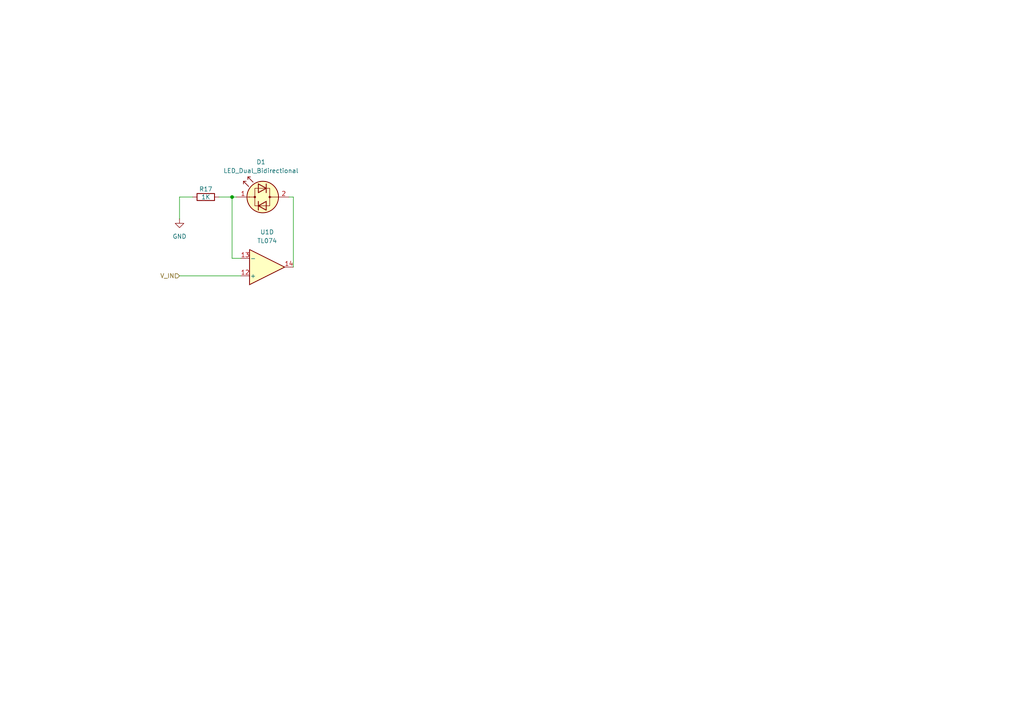
<source format=kicad_sch>
(kicad_sch (version 20250114) (generator "eeschema") (generator_version "9.0")
  (paper "A4")
  (lib_symbols
    (symbol "Amplifier_Operational:TL074" (pin_names (offset 0.127))
      (property "Reference" "U" (at 0 5.08 0))
      (property "Value" "TL074" (at 0 -5.08 0))
      (symbol "TL074_1_1"
        (polyline (pts (xy -5.08 5.08) (xy 5.08 0) (xy -5.08 -5.08) (xy -5.08 5.08)) (stroke (width 0.254)) (fill (type background)))
        (pin input line (at -7.62 2.54 0) (length 2.54) (name "+") (number "3"))
        (pin input line (at -7.62 -2.54 0) (length 2.54) (name "-") (number "2"))
        (pin output line (at 7.62 0 180) (length 2.54) (name "~") (number "1"))
      )
      (symbol "TL074_2_1"
        (polyline (pts (xy -5.08 5.08) (xy 5.08 0) (xy -5.08 -5.08) (xy -5.08 5.08)) (stroke (width 0.254)) (fill (type background)))
        (pin input line (at -7.62 2.54 0) (length 2.54) (name "+") (number "5"))
        (pin input line (at -7.62 -2.54 0) (length 2.54) (name "-") (number "6"))
        (pin output line (at 7.62 0 180) (length 2.54) (name "~") (number "7"))
      )
      (symbol "TL074_3_1"
        (polyline (pts (xy -5.08 5.08) (xy 5.08 0) (xy -5.08 -5.08) (xy -5.08 5.08)) (stroke (width 0.254)) (fill (type background)))
        (pin input line (at -7.62 2.54 0) (length 2.54) (name "+") (number "10"))
        (pin input line (at -7.62 -2.54 0) (length 2.54) (name "-") (number "9"))
        (pin output line (at 7.62 0 180) (length 2.54) (name "~") (number "8"))
      )
      (symbol "TL074_4_1"
        (polyline (pts (xy -5.08 5.08) (xy 5.08 0) (xy -5.08 -5.08) (xy -5.08 5.08)) (stroke (width 0.254)) (fill (type background)))
        (pin input line (at -7.62 2.54 0) (length 2.54) (name "+") (number "12"))
        (pin input line (at -7.62 -2.54 0) (length 2.54) (name "-") (number "13"))
        (pin output line (at 7.62 0 180) (length 2.54) (name "~") (number "14"))
      )
      (symbol "TL074_5_1"
        (pin power_in line (at -2.54 7.62 270) (length 3.81) (name "V+") (number "4"))
        (pin power_in line (at -2.54 -7.62 90) (length 3.81) (name "V-") (number "11"))
      )
    )
    (symbol "Device:LED_Dual_Bidirectional" (pin_names (offset 0) (hide yes))
      (property "Reference" "D" (at 0 5.715 0))
      (property "Value" "LED_Dual_Bidirectional" (at 0 -6.35 0))
      (symbol "LED_Dual_Bidirectional_0_1"
        (polyline (pts (xy -4.572 0) (xy -2.54 0)))
        (circle (center -2.032 0) (radius 0.254) (fill (type outline)))
        (polyline (pts (xy -2.032 0) (xy -2.54 0)))
        (polyline (pts (xy -1.016 3.81) (xy -1.016 1.27)) (stroke (width 0.254)))
        (polyline (pts (xy -1.016 -1.27) (xy -1.016 -3.81) (xy 1.27 -2.54) (xy -1.016 -1.27)) (stroke (width 0.254)))
        (circle (center 0 0) (radius 4.572) (stroke (width 0.254)) (fill (type background)))
        (polyline (pts (xy 1.27 3.81) (xy 1.27 1.27) (xy -1.016 2.54) (xy 1.27 3.81)) (stroke (width 0.254)))
        (polyline (pts (xy 1.27 -1.27) (xy 1.27 -3.81)) (stroke (width 0.254)))
        (polyline (pts (xy 2.286 2.54) (xy -2.032 2.54) (xy -2.032 -2.54) (xy 2.286 -2.54) (xy 2.286 2.54)))
        (circle (center 2.286 0) (radius 0.254) (fill (type outline)))
        (polyline (pts (xy 2.794 4.318) (xy 4.318 5.842) (xy 3.556 5.842)) (stroke (width 0.2032)))
        (polyline (pts (xy 4.064 3.048) (xy 5.588 4.572) (xy 4.826 4.572)) (stroke (width 0.2032)))
        (polyline (pts (xy 4.064 0) (xy 2.286 0)) (fill (type outline)))
        (polyline (pts (xy 4.318 5.842) (xy 4.318 5.08)) (stroke (width 0.2032)))
        (polyline (pts (xy 5.588 4.572) (xy 5.588 3.81)) (stroke (width 0.2032)))
      )
      (symbol "LED_Dual_Bidirectional_1_1"
        (pin input line (at -7.62 0 0) (length 3.048) (name "AK") (number "2"))
        (pin input line (at 7.62 0 180) (length 3.81) (name "KA") (number "1"))
      )
    )
    (symbol "Device:R" (pin_numbers (hide yes)) (pin_names (offset 0))
      (property "Reference" "R" (at 2.032 0 90))
      (property "Value" "R" (at 0 0 90))
      (symbol "R_0_1"
        (rectangle (start -1.016 -2.54) (end 1.016 2.54) (stroke (width 0.254)))
      )
      (symbol "R_1_1"
        (pin passive line (at 0 3.81 270) (length 1.27) (name "~") (number "1"))
        (pin passive line (at 0 -3.81 90) (length 1.27) (name "~") (number "2"))
      )
    )
    (symbol "power:GND" (power) (pin_numbers (hide yes)) (pin_names (offset 0) (hide yes))
      (property "Value" "GND" (at 0 -3.81 0))
      (symbol "GND_0_1"
        (polyline (pts (xy 0 0) (xy 0 -1.27) (xy 1.27 -1.27) (xy 0 -2.54) (xy -1.27 -1.27) (xy 0 -1.27)))
      )
      (symbol "GND_1_1"
        (pin power_in line (at 0 0 270) (length 0) (name "~") (number "1"))
      )
    )
  )
  (junction (at 67.31 57.15))
  (wire (pts (xy 63.5 57.15) (xy 67.31 57.15)))
  (wire (pts (xy 55.88 57.15) (xy 52.07 57.15)))
  (wire (pts (xy 67.31 74.93) (xy 69.85 74.93)))
  (wire (pts (xy 85.09 57.15) (xy 85.09 77.47)))
  (wire (pts (xy 68.58 57.15) (xy 67.31 57.15)))
  (wire (pts (xy 83.82 57.15) (xy 85.09 57.15)))
  (wire (pts (xy 52.07 80.01) (xy 69.85 80.01)))
  (wire (pts (xy 52.07 57.15) (xy 52.07 63.5)))
  (wire (pts (xy 67.31 57.15) (xy 67.31 74.93)))
  (hierarchical_label "V_IN" (shape input) (at 52.07 80.01 180))
  (symbol (lib_id "Device:R") (at 59.69 57.15 90) (unit 1)
    (property "Reference" "R17" (at 59.69 54.864 90))
    (property "Value" "1K" (at 59.69 57.15 90))
    (property "Footprint" "Resistor_THT:R_Axial_DIN0207_L6.3mm_D2.5mm_P7.62mm_Horizontal" (effects (hide yes)))
    (property "Description" "Resistor" (effects (hide yes)))
  )
  (symbol (lib_id "Device:LED_Dual_Bidirectional") (at 76.2 57.15 0) (mirror y) (unit 1)
    (property "Reference" "D1" (at 75.7047 46.99 0))
    (property "Value" "LED_Dual_Bidirectional" (at 75.7047 49.53 0))
    (property "Footprint" "LED_THT:LED_D3.0mm" (effects (hide yes)))
    (property "Description" "Dual LED, bidirectional" (effects (hide yes)))
  )
  (symbol (lib_id "power:GND") (at 52.07 63.5 0) (unit 1)
    (property "Reference" "#PWR030" (effects (hide yes)))
    (property "Value" "GND" (at 52.07 68.58 0))
    (property "Description" "Power symbol creates a global label with name \"GND\" , ground" (effects (hide yes)))
  )
  (symbol (lib_id "Amplifier_Operational:TL074") (at 77.47 77.47 0) (mirror x) (unit 4)
    (property "Reference" "U1" (at 77.47 67.31 0))
    (property "Value" "TL074" (at 77.47 69.85 0))
    (property "Footprint" "Package_DIP:DIP-14_W7.62mm" (effects (hide yes)))
    (property "Datasheet" "http://www.ti.com/lit/ds/symlink/tl071.pdf" (effects (hide yes)))
    (property "Description" "Quad Low-Noise JFET-Input Operational Amplifiers, DIP-14/SOIC-14" (effects (hide yes)))
  )
)
</source>
